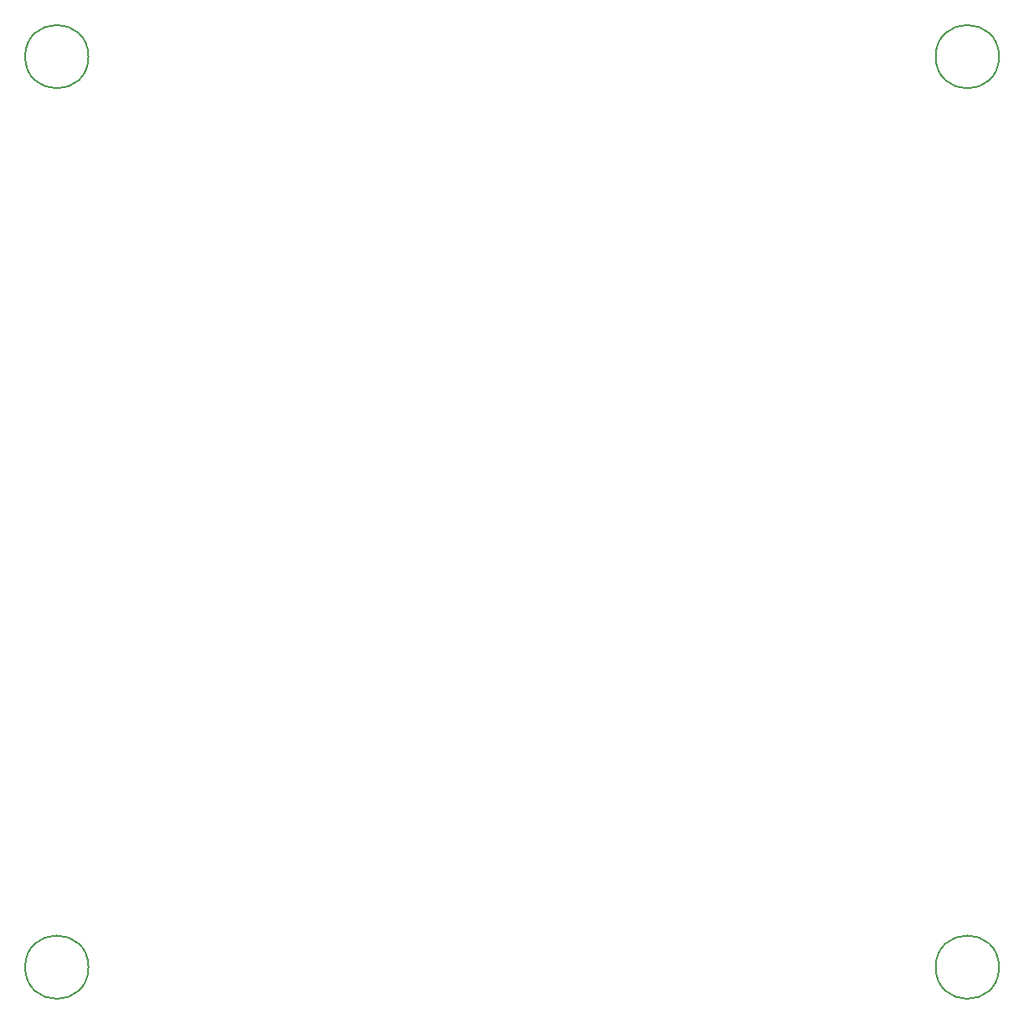
<source format=gbr>
%TF.GenerationSoftware,KiCad,Pcbnew,7.0.1*%
%TF.CreationDate,2023-04-06T21:05:58+02:00*%
%TF.ProjectId,Scout_Robot_Motor_Driver,53636f75-745f-4526-9f62-6f745f4d6f74,rev?*%
%TF.SameCoordinates,Original*%
%TF.FileFunction,Other,Comment*%
%FSLAX46Y46*%
G04 Gerber Fmt 4.6, Leading zero omitted, Abs format (unit mm)*
G04 Created by KiCad (PCBNEW 7.0.1) date 2023-04-06 21:05:58*
%MOMM*%
%LPD*%
G01*
G04 APERTURE LIST*
%ADD10C,0.150000*%
G04 APERTURE END LIST*
D10*
%TO.C,H3*%
X169200000Y-139000000D02*
G75*
G03*
X169200000Y-139000000I-3200000J0D01*
G01*
%TO.C,H4*%
X169200000Y-47000000D02*
G75*
G03*
X169200000Y-47000000I-3200000J0D01*
G01*
%TO.C,H2*%
X261200000Y-139000000D02*
G75*
G03*
X261200000Y-139000000I-3200000J0D01*
G01*
%TO.C,H1*%
X261200000Y-47000000D02*
G75*
G03*
X261200000Y-47000000I-3200000J0D01*
G01*
%TD*%
M02*

</source>
